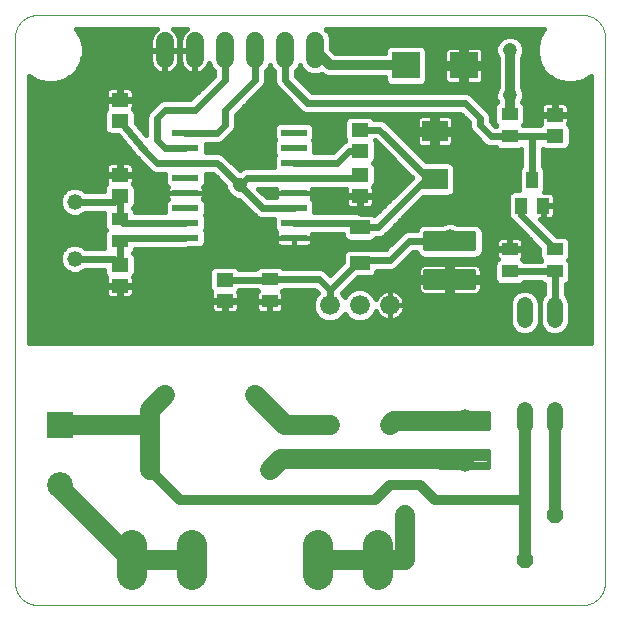
<source format=gtl>
G75*
G70*
%OFA0B0*%
%FSLAX24Y24*%
%IPPOS*%
%LPD*%
%AMOC8*
5,1,8,0,0,1.08239X$1,22.5*
%
%ADD10C,0.0000*%
%ADD11R,0.0866X0.0236*%
%ADD12C,0.0520*%
%ADD13R,0.0571X0.0453*%
%ADD14R,0.0551X0.0413*%
%ADD15OC8,0.0600*%
%ADD16C,0.1000*%
%ADD17OC8,0.0520*%
%ADD18C,0.0520*%
%ADD19R,0.0860X0.0860*%
%ADD20C,0.0860*%
%ADD21C,0.0660*%
%ADD22C,0.0138*%
%ADD23R,0.0925X0.0886*%
%ADD24R,0.0650X0.0453*%
%ADD25R,0.0850X0.0701*%
%ADD26C,0.0600*%
%ADD27R,0.0394X0.0551*%
%ADD28C,0.0660*%
%ADD29C,0.0400*%
%ADD30C,0.0320*%
%ADD31C,0.0591*%
%ADD32C,0.0160*%
%ADD33C,0.0475*%
%ADD34C,0.0240*%
D10*
X000180Y000887D02*
X000180Y018998D01*
X000182Y019052D01*
X000187Y019105D01*
X000196Y019158D01*
X000209Y019210D01*
X000225Y019262D01*
X000245Y019312D01*
X000268Y019360D01*
X000295Y019407D01*
X000324Y019452D01*
X000357Y019495D01*
X000392Y019535D01*
X000430Y019573D01*
X000470Y019608D01*
X000513Y019641D01*
X000558Y019670D01*
X000605Y019697D01*
X000653Y019720D01*
X000703Y019740D01*
X000755Y019756D01*
X000807Y019769D01*
X000860Y019778D01*
X000913Y019783D01*
X000967Y019785D01*
X019078Y019785D01*
X019132Y019783D01*
X019185Y019778D01*
X019238Y019769D01*
X019290Y019756D01*
X019342Y019740D01*
X019392Y019720D01*
X019440Y019697D01*
X019487Y019670D01*
X019532Y019641D01*
X019575Y019608D01*
X019615Y019573D01*
X019653Y019535D01*
X019688Y019495D01*
X019721Y019452D01*
X019750Y019407D01*
X019777Y019360D01*
X019800Y019312D01*
X019820Y019262D01*
X019836Y019210D01*
X019849Y019158D01*
X019858Y019105D01*
X019863Y019052D01*
X019865Y018998D01*
X019865Y000887D01*
X019863Y000833D01*
X019858Y000780D01*
X019849Y000727D01*
X019836Y000675D01*
X019820Y000623D01*
X019800Y000573D01*
X019777Y000525D01*
X019750Y000478D01*
X019721Y000433D01*
X019688Y000390D01*
X019653Y000350D01*
X019615Y000312D01*
X019575Y000277D01*
X019532Y000244D01*
X019487Y000215D01*
X019440Y000188D01*
X019392Y000165D01*
X019342Y000145D01*
X019290Y000129D01*
X019238Y000116D01*
X019185Y000107D01*
X019132Y000102D01*
X019078Y000100D01*
X000967Y000100D01*
X000913Y000102D01*
X000860Y000107D01*
X000807Y000116D01*
X000755Y000129D01*
X000703Y000145D01*
X000653Y000165D01*
X000605Y000188D01*
X000558Y000215D01*
X000513Y000244D01*
X000470Y000277D01*
X000430Y000312D01*
X000392Y000350D01*
X000357Y000390D01*
X000324Y000433D01*
X000295Y000478D01*
X000268Y000525D01*
X000245Y000573D01*
X000225Y000623D01*
X000209Y000675D01*
X000196Y000727D01*
X000187Y000780D01*
X000182Y000833D01*
X000180Y000887D01*
D11*
X005869Y012350D03*
X005869Y012850D03*
X005869Y013350D03*
X005869Y013850D03*
X005869Y014350D03*
X005869Y014850D03*
X005869Y015350D03*
X005869Y015850D03*
X009491Y015850D03*
X009491Y015350D03*
X009491Y014850D03*
X009491Y014350D03*
X009491Y013850D03*
X009491Y013350D03*
X009491Y012850D03*
X009491Y012350D03*
D12*
X002180Y011650D03*
X002180Y013550D03*
D13*
X003680Y013746D03*
X003680Y014454D03*
X003680Y016246D03*
X003680Y016954D03*
X003680Y011454D03*
X003680Y010746D03*
X007180Y010954D03*
X007180Y010246D03*
X011680Y013746D03*
X011680Y014454D03*
X011680Y015246D03*
X011680Y015954D03*
X018180Y015746D03*
X018180Y016454D03*
D14*
X016680Y016474D03*
X016680Y015726D03*
X016680Y011974D03*
X016680Y011226D03*
X018180Y011226D03*
X018180Y011974D03*
X008680Y010974D03*
X008680Y010226D03*
X003680Y012226D03*
X003680Y012974D03*
D15*
X004680Y004600D03*
X008680Y004600D03*
D16*
X010280Y002100D02*
X010280Y001100D01*
X012280Y001100D02*
X012280Y002100D01*
X006080Y002100D02*
X006080Y001100D01*
X004080Y001100D02*
X004080Y002100D01*
D17*
X013180Y001600D03*
X013180Y003100D03*
X017180Y001600D03*
X018180Y003100D03*
D18*
X018180Y006080D02*
X018180Y006600D01*
X017180Y006600D02*
X017180Y006080D01*
X017180Y009600D02*
X017180Y010120D01*
X018180Y010120D02*
X018180Y009600D01*
D19*
X001680Y006100D03*
D20*
X001680Y004100D03*
D21*
X005180Y007100D03*
X008180Y007100D03*
X010680Y006100D03*
X012680Y006100D03*
X012680Y010100D03*
X011680Y010100D03*
X010680Y010100D03*
D22*
X015497Y010685D02*
X015497Y011235D01*
X015497Y010685D02*
X013863Y010685D01*
X013863Y011235D01*
X015497Y011235D01*
X015497Y010822D02*
X013863Y010822D01*
X013863Y010959D02*
X015497Y010959D01*
X015497Y011096D02*
X013863Y011096D01*
X013863Y011233D02*
X015497Y011233D01*
X015497Y011965D02*
X015497Y012515D01*
X015497Y011965D02*
X013863Y011965D01*
X013863Y012515D01*
X015497Y012515D01*
X015497Y012102D02*
X013863Y012102D01*
X013863Y012239D02*
X015497Y012239D01*
X015497Y012376D02*
X013863Y012376D01*
X013863Y012513D02*
X015497Y012513D01*
X014363Y006515D02*
X014363Y005965D01*
X014363Y006515D02*
X015997Y006515D01*
X015997Y005965D01*
X014363Y005965D01*
X014363Y006102D02*
X015997Y006102D01*
X015997Y006239D02*
X014363Y006239D01*
X014363Y006376D02*
X015997Y006376D01*
X015997Y006513D02*
X014363Y006513D01*
X014363Y005235D02*
X014363Y004685D01*
X014363Y005235D02*
X015997Y005235D01*
X015997Y004685D01*
X014363Y004685D01*
X014363Y004822D02*
X015997Y004822D01*
X015997Y004959D02*
X014363Y004959D01*
X014363Y005096D02*
X015997Y005096D01*
X015997Y005233D02*
X014363Y005233D01*
D23*
X015145Y018100D03*
X013215Y018100D03*
D24*
X011680Y012691D03*
X011680Y011509D03*
D25*
X014180Y014301D03*
X014180Y015903D03*
D26*
X010180Y018300D02*
X010180Y018900D01*
X009180Y018900D02*
X009180Y018300D01*
X008180Y018300D02*
X008180Y018900D01*
X007180Y018900D02*
X007180Y018300D01*
X006180Y018300D02*
X006180Y018900D01*
X005180Y018900D02*
X005180Y018300D01*
D27*
X017056Y013417D03*
X017804Y013417D03*
X017430Y014283D03*
D28*
X015180Y006240D02*
X012820Y006240D01*
X012680Y006100D01*
X010680Y006100D02*
X009180Y006100D01*
X008180Y007100D01*
X009040Y004960D02*
X008680Y004600D01*
X009040Y004960D02*
X015180Y004960D01*
X013180Y003100D02*
X013180Y001600D01*
X012280Y001600D01*
X010280Y001600D01*
X006080Y001600D02*
X004080Y001600D01*
X001680Y004000D01*
X001680Y004100D01*
X001680Y006100D02*
X004680Y006100D01*
X004680Y006600D01*
X005180Y007100D01*
X004680Y006100D02*
X004680Y004600D01*
D29*
X017180Y003600D02*
X017180Y001600D01*
X018180Y003100D02*
X018180Y006600D01*
X017180Y006600D02*
X017180Y003600D01*
D30*
X014180Y003600D01*
X013680Y004100D01*
X012680Y004100D01*
X012180Y003600D01*
X005680Y003600D01*
X004680Y004600D01*
X016680Y016474D02*
X016680Y017100D01*
X016680Y018600D01*
X013215Y018100D02*
X010680Y018100D01*
X010180Y018600D01*
D31*
X014680Y012350D03*
X014680Y010850D03*
X015180Y006350D03*
X015180Y004850D03*
D32*
X019385Y008850D02*
X000660Y008850D01*
X000660Y017735D01*
X000680Y017716D01*
X000933Y017570D01*
X001215Y017494D01*
X001507Y017494D01*
X001790Y017570D01*
X002043Y017716D01*
X002249Y017922D01*
X002395Y018176D01*
X002471Y018458D01*
X002471Y018750D01*
X002395Y019032D01*
X002249Y019285D01*
X002230Y019305D01*
X004921Y019305D01*
X004867Y019266D01*
X004814Y019213D01*
X004769Y019152D01*
X004735Y019084D01*
X004712Y019012D01*
X004700Y018938D01*
X004700Y018620D01*
X005160Y018620D01*
X005160Y018580D01*
X005200Y018580D01*
X005200Y018620D01*
X005660Y018620D01*
X005660Y018938D01*
X005648Y019012D01*
X005625Y019084D01*
X005591Y019152D01*
X005546Y019213D01*
X005493Y019266D01*
X005439Y019305D01*
X005921Y019305D01*
X005867Y019266D01*
X005814Y019213D01*
X005769Y019152D01*
X005735Y019084D01*
X005712Y019012D01*
X005700Y018938D01*
X005700Y018620D01*
X006160Y018620D01*
X006160Y018580D01*
X006200Y018580D01*
X006200Y017820D01*
X006218Y017820D01*
X006292Y017832D01*
X006364Y017855D01*
X006432Y017889D01*
X006493Y017934D01*
X006546Y017987D01*
X006591Y018048D01*
X006625Y018116D01*
X006645Y018179D01*
X006722Y017994D01*
X006820Y017896D01*
X006820Y017749D01*
X006031Y016960D01*
X005108Y016960D01*
X004976Y016905D01*
X004875Y016804D01*
X004625Y016554D01*
X004570Y016422D01*
X004570Y015758D01*
X004205Y016185D01*
X004205Y016520D01*
X004169Y016608D01*
X004128Y016649D01*
X004133Y016658D01*
X004145Y016704D01*
X004145Y016921D01*
X003713Y016921D01*
X003713Y016988D01*
X003647Y016988D01*
X003647Y017361D01*
X003371Y017361D01*
X003325Y017348D01*
X003284Y017325D01*
X003251Y017291D01*
X003227Y017250D01*
X003215Y017204D01*
X003215Y016988D01*
X003647Y016988D01*
X003647Y016921D01*
X003215Y016921D01*
X003215Y016704D01*
X003227Y016658D01*
X003232Y016649D01*
X003191Y016608D01*
X003155Y016520D01*
X003155Y015972D01*
X003191Y015883D01*
X003259Y015816D01*
X003347Y015779D01*
X003605Y015779D01*
X004224Y015055D01*
X004229Y015042D01*
X004270Y015001D01*
X004307Y014957D01*
X004320Y014951D01*
X004726Y014545D01*
X004858Y014490D01*
X005196Y014490D01*
X005196Y014184D01*
X005232Y014096D01*
X005276Y014052D01*
X005268Y014038D01*
X005256Y013992D01*
X005256Y013850D01*
X005256Y013708D01*
X005268Y013662D01*
X005276Y013648D01*
X005232Y013604D01*
X005196Y013516D01*
X005196Y013210D01*
X004196Y013210D01*
X004196Y013228D01*
X004159Y013317D01*
X004131Y013345D01*
X004169Y013383D01*
X004205Y013472D01*
X004205Y014020D01*
X004169Y014108D01*
X004128Y014149D01*
X004133Y014158D01*
X004145Y014204D01*
X004145Y014421D01*
X003713Y014421D01*
X003713Y014488D01*
X003647Y014488D01*
X003647Y014861D01*
X003371Y014861D01*
X003325Y014848D01*
X003284Y014825D01*
X003251Y014791D01*
X003227Y014750D01*
X003215Y014704D01*
X003215Y014488D01*
X003647Y014488D01*
X003647Y014421D01*
X003215Y014421D01*
X003215Y014204D01*
X003227Y014158D01*
X003232Y014149D01*
X003191Y014108D01*
X003155Y014020D01*
X003155Y013910D01*
X002527Y013910D01*
X002463Y013974D01*
X002279Y014050D01*
X002081Y014050D01*
X001897Y013974D01*
X001756Y013833D01*
X001680Y013649D01*
X001680Y013451D01*
X001756Y013267D01*
X001897Y013126D01*
X002081Y013050D01*
X002279Y013050D01*
X002463Y013126D01*
X002527Y013190D01*
X003164Y013190D01*
X003164Y012720D01*
X003201Y012631D01*
X003232Y012600D01*
X003201Y012569D01*
X003164Y012480D01*
X003164Y012010D01*
X002527Y012010D01*
X002463Y012074D01*
X002279Y012150D01*
X002081Y012150D01*
X001897Y012074D01*
X001756Y011933D01*
X001680Y011749D01*
X001680Y011551D01*
X001756Y011367D01*
X001897Y011226D01*
X002081Y011150D01*
X002279Y011150D01*
X002463Y011226D01*
X002527Y011290D01*
X003155Y011290D01*
X003155Y011180D01*
X003191Y011092D01*
X003232Y011051D01*
X003227Y011042D01*
X003215Y010996D01*
X003215Y010779D01*
X003647Y010779D01*
X003647Y010712D01*
X003713Y010712D01*
X003713Y010339D01*
X003989Y010339D01*
X004035Y010352D01*
X004076Y010375D01*
X004109Y010409D01*
X004133Y010450D01*
X004145Y010496D01*
X004145Y010712D01*
X003713Y010712D01*
X003713Y010779D01*
X004145Y010779D01*
X004145Y010996D01*
X004133Y011042D01*
X004128Y011051D01*
X004169Y011092D01*
X004205Y011180D01*
X004205Y011728D01*
X004169Y011817D01*
X004131Y011855D01*
X004159Y011883D01*
X004196Y011972D01*
X004196Y011990D01*
X005941Y011990D01*
X005945Y011992D01*
X006350Y011992D01*
X006438Y012028D01*
X006506Y012096D01*
X006542Y012184D01*
X006542Y012516D01*
X006507Y012600D01*
X006542Y012684D01*
X006542Y013016D01*
X006507Y013100D01*
X006542Y013184D01*
X006542Y013516D01*
X006506Y013604D01*
X006461Y013648D01*
X006470Y013662D01*
X006482Y013708D01*
X006482Y013850D01*
X006482Y013992D01*
X006470Y014038D01*
X006461Y014052D01*
X006506Y014096D01*
X006542Y014184D01*
X006542Y014490D01*
X006781Y014490D01*
X007203Y014068D01*
X007203Y014005D01*
X007275Y013830D01*
X007410Y013695D01*
X007585Y013623D01*
X007648Y013623D01*
X008125Y013146D01*
X008226Y013045D01*
X008358Y012990D01*
X008818Y012990D01*
X008818Y012684D01*
X008854Y012596D01*
X008899Y012552D01*
X008890Y012538D01*
X008878Y012492D01*
X008878Y012350D01*
X008878Y012208D01*
X008890Y012162D01*
X008914Y012121D01*
X008947Y012088D01*
X008988Y012064D01*
X009034Y012052D01*
X009491Y012052D01*
X009491Y012350D01*
X009491Y012350D01*
X008878Y012350D01*
X009491Y012350D01*
X009491Y012350D01*
X009491Y012052D01*
X009948Y012052D01*
X009994Y012064D01*
X010035Y012088D01*
X010068Y012121D01*
X010092Y012162D01*
X010104Y012208D01*
X010104Y012350D01*
X010104Y012490D01*
X011115Y012490D01*
X011115Y012416D01*
X011152Y012328D01*
X011219Y012261D01*
X011307Y012224D01*
X012053Y012224D01*
X012141Y012261D01*
X012208Y012328D01*
X012209Y012331D01*
X012342Y012331D01*
X012474Y012385D01*
X013800Y013710D01*
X014653Y013710D01*
X014741Y013747D01*
X014809Y013814D01*
X014845Y013903D01*
X014845Y014699D01*
X014809Y014787D01*
X014741Y014855D01*
X014653Y014891D01*
X013898Y014891D01*
X012530Y016260D01*
X012397Y016314D01*
X012170Y016314D01*
X012169Y016317D01*
X012101Y016384D01*
X012013Y016421D01*
X011347Y016421D01*
X011259Y016384D01*
X011191Y016317D01*
X011155Y016228D01*
X011155Y015680D01*
X011188Y015600D01*
X011177Y015574D01*
X011122Y015551D01*
X011020Y015450D01*
X010781Y015210D01*
X010164Y015210D01*
X010164Y015516D01*
X010129Y015600D01*
X010164Y015684D01*
X010164Y016016D01*
X010128Y016104D01*
X010060Y016172D01*
X009972Y016208D01*
X009010Y016208D01*
X008922Y016172D01*
X008854Y016104D01*
X008818Y016016D01*
X008818Y015684D01*
X008853Y015600D01*
X008818Y015516D01*
X008818Y015184D01*
X008853Y015100D01*
X008818Y015016D01*
X008818Y014710D01*
X007858Y014710D01*
X007726Y014655D01*
X007680Y014609D01*
X007134Y015155D01*
X007002Y015210D01*
X006542Y015210D01*
X006542Y015490D01*
X007002Y015490D01*
X007134Y015545D01*
X007384Y015795D01*
X007485Y015896D01*
X007540Y016028D01*
X007540Y016451D01*
X008384Y017295D01*
X008485Y017396D01*
X008540Y017528D01*
X008540Y017896D01*
X008638Y017994D01*
X008680Y018096D01*
X008722Y017994D01*
X008820Y017896D01*
X008820Y017528D01*
X008875Y017396D01*
X008976Y017295D01*
X009726Y016545D01*
X009858Y016490D01*
X015031Y016490D01*
X015320Y016201D01*
X015320Y016028D01*
X015375Y015896D01*
X015476Y015795D01*
X015850Y015421D01*
X015982Y015366D01*
X016218Y015366D01*
X016268Y015316D01*
X013473Y015316D01*
X013611Y015442D02*
X013644Y015409D01*
X013685Y015385D01*
X013731Y015373D01*
X014100Y015373D01*
X014100Y015823D01*
X014260Y015823D01*
X014260Y015373D01*
X014629Y015373D01*
X014675Y015385D01*
X014716Y015409D01*
X014749Y015442D01*
X014773Y015483D01*
X014785Y015529D01*
X014785Y015823D01*
X014260Y015823D01*
X014260Y015983D01*
X014785Y015983D01*
X014785Y016277D01*
X014773Y016323D01*
X014749Y016364D01*
X014716Y016398D01*
X014675Y016421D01*
X014629Y016434D01*
X014260Y016434D01*
X014260Y015983D01*
X014100Y015983D01*
X014100Y015823D01*
X013575Y015823D01*
X013575Y015529D01*
X013587Y015483D01*
X013611Y015442D01*
X013592Y015475D02*
X013315Y015475D01*
X013156Y015633D02*
X013575Y015633D01*
X013575Y015792D02*
X012998Y015792D01*
X012839Y015950D02*
X014100Y015950D01*
X014100Y015983D02*
X013575Y015983D01*
X013575Y016277D01*
X013587Y016323D01*
X013611Y016364D01*
X013644Y016398D01*
X013685Y016421D01*
X013731Y016434D01*
X014100Y016434D01*
X014100Y015983D01*
X014100Y016109D02*
X014260Y016109D01*
X014260Y016267D02*
X014100Y016267D01*
X014100Y016426D02*
X014260Y016426D01*
X014659Y016426D02*
X015095Y016426D01*
X015254Y016267D02*
X014785Y016267D01*
X014785Y016109D02*
X015320Y016109D01*
X015352Y015950D02*
X014260Y015950D01*
X014260Y015792D02*
X014100Y015792D01*
X014100Y015633D02*
X014260Y015633D01*
X014260Y015475D02*
X014100Y015475D01*
X013632Y015158D02*
X017070Y015158D01*
X017003Y015279D02*
X017070Y015307D01*
X017070Y014735D01*
X017030Y014695D01*
X016993Y014606D01*
X016993Y013960D01*
X017004Y013933D01*
X016811Y013933D01*
X016723Y013896D01*
X016656Y013828D01*
X016619Y013740D01*
X016619Y013094D01*
X016656Y013005D01*
X016723Y012938D01*
X016735Y012933D01*
X016751Y012894D01*
X016852Y012793D01*
X017664Y011980D01*
X017664Y011720D01*
X017701Y011631D01*
X017732Y011600D01*
X017718Y011586D01*
X017142Y011586D01*
X017092Y011636D01*
X017083Y011640D01*
X017100Y011657D01*
X017123Y011698D01*
X017136Y011744D01*
X017136Y011951D01*
X016703Y011951D01*
X016703Y011997D01*
X017136Y011997D01*
X017136Y012204D01*
X017123Y012250D01*
X017100Y012291D01*
X017066Y012325D01*
X017025Y012348D01*
X016979Y012361D01*
X016703Y012361D01*
X016703Y011997D01*
X016657Y011997D01*
X016657Y011951D01*
X016224Y011951D01*
X016224Y011744D01*
X016237Y011698D01*
X016260Y011657D01*
X016277Y011640D01*
X016268Y011636D01*
X016201Y011569D01*
X016164Y011480D01*
X016164Y010972D01*
X016201Y010883D01*
X016268Y010816D01*
X016357Y010779D01*
X017003Y010779D01*
X017092Y010816D01*
X017142Y010866D01*
X017718Y010866D01*
X017768Y010816D01*
X017820Y010794D01*
X017820Y010467D01*
X017756Y010403D01*
X017680Y010219D01*
X017604Y010403D01*
X017463Y010544D01*
X017279Y010620D01*
X017081Y010620D01*
X016897Y010544D01*
X016756Y010403D01*
X016680Y010219D01*
X016680Y009501D01*
X016756Y009317D01*
X016897Y009176D01*
X017081Y009100D01*
X017279Y009100D01*
X017463Y009176D01*
X017604Y009317D01*
X017680Y009501D01*
X017680Y010219D01*
X017680Y009501D01*
X017756Y009317D01*
X017897Y009176D01*
X018081Y009100D01*
X018279Y009100D01*
X018463Y009176D01*
X018604Y009317D01*
X018680Y009501D01*
X018680Y010219D01*
X018604Y010403D01*
X018540Y010467D01*
X018540Y010794D01*
X018592Y010816D01*
X018659Y010883D01*
X018696Y010972D01*
X018696Y011480D01*
X018659Y011569D01*
X018628Y011600D01*
X018659Y011631D01*
X018696Y011720D01*
X018696Y012228D01*
X018659Y012317D01*
X018592Y012384D01*
X018503Y012421D01*
X018242Y012421D01*
X017702Y012961D01*
X017786Y012961D01*
X017786Y013398D01*
X017822Y013398D01*
X017822Y012961D01*
X018025Y012961D01*
X018070Y012974D01*
X018111Y012997D01*
X018145Y013031D01*
X018169Y013072D01*
X018181Y013118D01*
X018181Y013399D01*
X017822Y013399D01*
X017822Y013435D01*
X018181Y013435D01*
X018181Y013716D01*
X018169Y013762D01*
X018145Y013803D01*
X018111Y013837D01*
X018070Y013860D01*
X018025Y013873D01*
X017831Y013873D01*
X017867Y013960D01*
X017867Y014606D01*
X017830Y014695D01*
X017790Y014735D01*
X017790Y015303D01*
X017847Y015279D01*
X018513Y015279D01*
X018601Y015316D01*
X018669Y015383D01*
X018705Y015472D01*
X018705Y016020D01*
X018669Y016108D01*
X018628Y016149D01*
X018633Y016158D01*
X018645Y016204D01*
X018645Y016421D01*
X018213Y016421D01*
X018213Y016488D01*
X018147Y016488D01*
X018147Y016861D01*
X017871Y016861D01*
X017825Y016848D01*
X017784Y016825D01*
X017751Y016791D01*
X017727Y016750D01*
X017715Y016704D01*
X017715Y016488D01*
X018147Y016488D01*
X018147Y016421D01*
X017715Y016421D01*
X017715Y016204D01*
X017727Y016158D01*
X017732Y016149D01*
X017691Y016108D01*
X017690Y016106D01*
X017133Y016106D01*
X017159Y016131D01*
X017196Y016220D01*
X017196Y016728D01*
X017159Y016817D01*
X017103Y016873D01*
X017157Y017005D01*
X017157Y017195D01*
X017085Y017370D01*
X017080Y017375D01*
X017080Y018325D01*
X017085Y018330D01*
X017157Y018505D01*
X017157Y018695D01*
X017085Y018870D01*
X016950Y019005D01*
X016775Y019077D01*
X016585Y019077D01*
X016410Y019005D01*
X016275Y018870D01*
X016203Y018695D01*
X016203Y018505D01*
X016275Y018330D01*
X016280Y018325D01*
X016280Y017375D01*
X016275Y017370D01*
X016203Y017195D01*
X016203Y017005D01*
X016257Y016873D01*
X016201Y016817D01*
X016164Y016728D01*
X016164Y016220D01*
X016201Y016131D01*
X016232Y016100D01*
X016218Y016086D01*
X016203Y016086D01*
X016040Y016249D01*
X016040Y016422D01*
X015985Y016554D01*
X015485Y017054D01*
X015384Y017155D01*
X015252Y017210D01*
X010079Y017210D01*
X009540Y017749D01*
X009540Y017896D01*
X009638Y017994D01*
X009680Y018096D01*
X009722Y017994D01*
X009874Y017842D01*
X010073Y017760D01*
X010287Y017760D01*
X010405Y017809D01*
X010453Y017761D01*
X010600Y017700D01*
X012513Y017700D01*
X012513Y017609D01*
X012549Y017521D01*
X012617Y017454D01*
X012705Y017417D01*
X013726Y017417D01*
X013814Y017454D01*
X013881Y017521D01*
X013918Y017609D01*
X013918Y018591D01*
X013881Y018679D01*
X013814Y018746D01*
X013726Y018783D01*
X012705Y018783D01*
X012617Y018746D01*
X012549Y018679D01*
X012513Y018591D01*
X012513Y018500D01*
X010846Y018500D01*
X010720Y018626D01*
X010720Y019007D01*
X010638Y019206D01*
X010539Y019305D01*
X017815Y019305D01*
X017796Y019285D01*
X017650Y019032D01*
X017574Y018750D01*
X017574Y018458D01*
X017650Y018176D01*
X017796Y017922D01*
X018002Y017716D01*
X018256Y017570D01*
X018538Y017494D01*
X018830Y017494D01*
X019112Y017570D01*
X019365Y017716D01*
X019385Y017735D01*
X019385Y008850D01*
X019385Y008976D02*
X000660Y008976D01*
X000660Y009135D02*
X016997Y009135D01*
X016780Y009293D02*
X000660Y009293D01*
X000660Y009452D02*
X016700Y009452D01*
X016680Y009610D02*
X012822Y009610D01*
X012799Y009603D02*
X012876Y009627D01*
X012947Y009664D01*
X013012Y009711D01*
X013069Y009768D01*
X013116Y009833D01*
X013153Y009904D01*
X013177Y009981D01*
X013190Y010060D01*
X013190Y010091D01*
X012689Y010091D01*
X012689Y010109D01*
X012671Y010109D01*
X012671Y010610D01*
X012640Y010610D01*
X012561Y010597D01*
X012484Y010573D01*
X012413Y010536D01*
X012348Y010489D01*
X012291Y010432D01*
X012244Y010367D01*
X012212Y010305D01*
X012163Y010423D01*
X012003Y010583D01*
X011793Y010670D01*
X011567Y010670D01*
X011357Y010583D01*
X011197Y010423D01*
X011180Y010382D01*
X011163Y010423D01*
X011088Y010498D01*
X011632Y011043D01*
X012053Y011043D01*
X012141Y011080D01*
X012208Y011147D01*
X012245Y011235D01*
X012245Y011240D01*
X012752Y011240D01*
X012884Y011295D01*
X013469Y011880D01*
X013564Y011880D01*
X013601Y011789D01*
X013688Y011702D01*
X013802Y011655D01*
X015558Y011655D01*
X015672Y011702D01*
X015759Y011789D01*
X015806Y011903D01*
X015806Y012577D01*
X015759Y012690D01*
X015672Y012777D01*
X015558Y012824D01*
X014934Y012824D01*
X014786Y012885D01*
X014574Y012885D01*
X014426Y012824D01*
X013802Y012824D01*
X013688Y012777D01*
X013601Y012690D01*
X013564Y012600D01*
X013248Y012600D01*
X013116Y012545D01*
X013015Y012444D01*
X012531Y011960D01*
X012091Y011960D01*
X012053Y011976D01*
X011307Y011976D01*
X011219Y011939D01*
X011152Y011872D01*
X011115Y011784D01*
X011115Y011544D01*
X010680Y011109D01*
X010611Y011178D01*
X010510Y011279D01*
X010378Y011334D01*
X009142Y011334D01*
X009092Y011384D01*
X009003Y011421D01*
X008357Y011421D01*
X008268Y011384D01*
X008201Y011317D01*
X008200Y011314D01*
X007670Y011314D01*
X007669Y011317D01*
X007601Y011384D01*
X007513Y011421D01*
X006847Y011421D01*
X006759Y011384D01*
X006691Y011317D01*
X006655Y011228D01*
X006655Y010680D01*
X006691Y010592D01*
X006732Y010551D01*
X006727Y010542D01*
X006715Y010496D01*
X006715Y010279D01*
X007147Y010279D01*
X007147Y010212D01*
X007213Y010212D01*
X007213Y009839D01*
X007489Y009839D01*
X007535Y009852D01*
X007576Y009875D01*
X007609Y009909D01*
X007633Y009950D01*
X007645Y009996D01*
X007645Y010212D01*
X007213Y010212D01*
X007213Y010279D01*
X007645Y010279D01*
X007645Y010496D01*
X007633Y010542D01*
X007628Y010551D01*
X007669Y010592D01*
X007670Y010594D01*
X008238Y010594D01*
X008268Y010564D01*
X008277Y010560D01*
X008260Y010543D01*
X008237Y010502D01*
X008224Y010456D01*
X008224Y010249D01*
X008657Y010249D01*
X008657Y010203D01*
X008703Y010203D01*
X008703Y010249D01*
X009136Y010249D01*
X009136Y010456D01*
X009123Y010502D01*
X009100Y010543D01*
X009083Y010560D01*
X009092Y010564D01*
X009142Y010614D01*
X010157Y010614D01*
X010272Y010498D01*
X010197Y010423D01*
X010110Y010213D01*
X010110Y009987D01*
X010197Y009777D01*
X010357Y009617D01*
X010567Y009530D01*
X010793Y009530D01*
X011003Y009617D01*
X011163Y009777D01*
X011180Y009818D01*
X011197Y009777D01*
X011357Y009617D01*
X011567Y009530D01*
X011793Y009530D01*
X012003Y009617D01*
X012163Y009777D01*
X012212Y009895D01*
X012244Y009833D01*
X012291Y009768D01*
X012348Y009711D01*
X012413Y009664D01*
X012484Y009627D01*
X012561Y009603D01*
X012640Y009590D01*
X012671Y009590D01*
X012671Y010091D01*
X012689Y010091D01*
X012689Y009590D01*
X012720Y009590D01*
X012799Y009603D01*
X012689Y009610D02*
X012671Y009610D01*
X012538Y009610D02*
X011987Y009610D01*
X012155Y009769D02*
X012290Y009769D01*
X012671Y009769D02*
X012689Y009769D01*
X012689Y009927D02*
X012671Y009927D01*
X012671Y010086D02*
X012689Y010086D01*
X012689Y010109D02*
X013190Y010109D01*
X013190Y010140D01*
X013177Y010219D01*
X013153Y010296D01*
X013116Y010367D01*
X013069Y010432D01*
X013012Y010489D01*
X012947Y010536D01*
X012876Y010573D01*
X012799Y010597D01*
X012720Y010610D01*
X012689Y010610D01*
X012689Y010109D01*
X012689Y010244D02*
X012671Y010244D01*
X012671Y010403D02*
X012689Y010403D01*
X012689Y010561D02*
X012671Y010561D01*
X012461Y010561D02*
X012025Y010561D01*
X012172Y010403D02*
X012269Y010403D01*
X012899Y010561D02*
X013646Y010561D01*
X013643Y010567D02*
X013670Y010526D01*
X013704Y010491D01*
X013745Y010464D01*
X013790Y010445D01*
X013839Y010436D01*
X014600Y010436D01*
X014600Y010880D01*
X014760Y010880D01*
X014760Y010436D01*
X015521Y010436D01*
X015570Y010445D01*
X015615Y010464D01*
X015656Y010491D01*
X015690Y010526D01*
X015717Y010567D01*
X015736Y010612D01*
X015746Y010660D01*
X015746Y010880D01*
X014760Y010880D01*
X014760Y011040D01*
X015746Y011040D01*
X015746Y011260D01*
X015736Y011308D01*
X015717Y011354D01*
X015690Y011394D01*
X015656Y011429D01*
X015615Y011456D01*
X015570Y011475D01*
X015521Y011485D01*
X014760Y011485D01*
X014760Y011040D01*
X014600Y011040D01*
X014600Y010880D01*
X013614Y010880D01*
X013614Y010660D01*
X013624Y010612D01*
X013643Y010567D01*
X013614Y010720D02*
X011309Y010720D01*
X011335Y010561D02*
X011150Y010561D01*
X011172Y010403D02*
X011188Y010403D01*
X011467Y010878D02*
X013614Y010878D01*
X013614Y011040D02*
X013614Y011260D01*
X013624Y011308D01*
X013643Y011354D01*
X013670Y011394D01*
X013704Y011429D01*
X013745Y011456D01*
X013790Y011475D01*
X013839Y011485D01*
X014600Y011485D01*
X014600Y011040D01*
X013614Y011040D01*
X013614Y011195D02*
X012228Y011195D01*
X011626Y011037D02*
X014600Y011037D01*
X014600Y011195D02*
X014760Y011195D01*
X014760Y011037D02*
X016164Y011037D01*
X016164Y011195D02*
X015746Y011195D01*
X015718Y011354D02*
X016164Y011354D01*
X016178Y011512D02*
X013101Y011512D01*
X012943Y011354D02*
X013642Y011354D01*
X013765Y011671D02*
X013260Y011671D01*
X013418Y011829D02*
X013585Y011829D01*
X012875Y012305D02*
X012185Y012305D01*
X012552Y012463D02*
X013034Y012463D01*
X012869Y012780D02*
X013695Y012780D01*
X013573Y012622D02*
X012711Y012622D01*
X013028Y012939D02*
X016723Y012939D01*
X016619Y013097D02*
X013186Y013097D01*
X013345Y013256D02*
X016619Y013256D01*
X016619Y013414D02*
X013503Y013414D01*
X013662Y013573D02*
X016619Y013573D01*
X016619Y013731D02*
X014703Y013731D01*
X014840Y013890D02*
X016717Y013890D01*
X016993Y014048D02*
X014845Y014048D01*
X014845Y014207D02*
X016993Y014207D01*
X016993Y014365D02*
X014845Y014365D01*
X014845Y014524D02*
X016993Y014524D01*
X017024Y014682D02*
X014845Y014682D01*
X014755Y014841D02*
X017070Y014841D01*
X017070Y014999D02*
X013790Y014999D01*
X013247Y014524D02*
X012205Y014524D01*
X012205Y014682D02*
X013089Y014682D01*
X012930Y014841D02*
X012145Y014841D01*
X012136Y014850D02*
X012169Y014883D01*
X012205Y014972D01*
X012205Y015520D01*
X012175Y015594D01*
X012177Y015594D01*
X013421Y014350D01*
X012166Y013095D01*
X012141Y013120D01*
X012053Y013157D01*
X011720Y013157D01*
X011592Y013210D01*
X010164Y013210D01*
X010164Y013516D01*
X010128Y013604D01*
X010084Y013648D01*
X010092Y013662D01*
X010104Y013708D01*
X010104Y013850D01*
X010104Y013990D01*
X011215Y013990D01*
X011215Y013779D01*
X011647Y013779D01*
X011647Y013712D01*
X011713Y013712D01*
X011713Y013339D01*
X011989Y013339D01*
X012035Y013352D01*
X012076Y013375D01*
X012109Y013409D01*
X012133Y013450D01*
X012145Y013496D01*
X012145Y013712D01*
X011713Y013712D01*
X011713Y013779D01*
X012145Y013779D01*
X012145Y013996D01*
X012133Y014042D01*
X012128Y014051D01*
X012169Y014092D01*
X012205Y014180D01*
X012205Y014728D01*
X012169Y014817D01*
X012136Y014850D01*
X012205Y014999D02*
X012772Y014999D01*
X012613Y015158D02*
X012205Y015158D01*
X012205Y015316D02*
X012455Y015316D01*
X012296Y015475D02*
X012205Y015475D01*
X012681Y016109D02*
X013575Y016109D01*
X013575Y016267D02*
X012511Y016267D01*
X013701Y016426D02*
X007540Y016426D01*
X007540Y016267D02*
X011171Y016267D01*
X011155Y016109D02*
X010123Y016109D01*
X010164Y015950D02*
X011155Y015950D01*
X011155Y015792D02*
X010164Y015792D01*
X010143Y015633D02*
X011174Y015633D01*
X011045Y015475D02*
X010164Y015475D01*
X010164Y015316D02*
X010887Y015316D01*
X012205Y014365D02*
X013406Y014365D01*
X013277Y014207D02*
X012205Y014207D01*
X012129Y014048D02*
X013119Y014048D01*
X012960Y013890D02*
X012145Y013890D01*
X012145Y013573D02*
X012643Y013573D01*
X012802Y013731D02*
X011713Y013731D01*
X011647Y013731D02*
X010104Y013731D01*
X010104Y013850D02*
X009491Y013850D01*
X009491Y013850D01*
X008878Y013850D01*
X008878Y013710D01*
X008579Y013710D01*
X008299Y013990D01*
X008878Y013990D01*
X008878Y013850D01*
X009491Y013850D01*
X010104Y013850D01*
X010104Y013890D02*
X011215Y013890D01*
X011215Y013712D02*
X011215Y013496D01*
X011227Y013450D01*
X011251Y013409D01*
X011284Y013375D01*
X011325Y013352D01*
X011371Y013339D01*
X011647Y013339D01*
X011647Y013712D01*
X011215Y013712D01*
X011215Y013573D02*
X010141Y013573D01*
X010164Y013414D02*
X011247Y013414D01*
X011647Y013414D02*
X011713Y013414D01*
X011713Y013573D02*
X011647Y013573D01*
X012113Y013414D02*
X012485Y013414D01*
X012326Y013256D02*
X010164Y013256D01*
X009491Y013850D02*
X009491Y013850D01*
X008878Y013890D02*
X008400Y013890D01*
X008558Y013731D02*
X008878Y013731D01*
X008174Y013097D02*
X006508Y013097D01*
X006542Y012939D02*
X008818Y012939D01*
X008818Y012780D02*
X006542Y012780D01*
X006516Y012622D02*
X008844Y012622D01*
X008878Y012463D02*
X006542Y012463D01*
X006542Y012305D02*
X008878Y012305D01*
X008900Y012146D02*
X006526Y012146D01*
X006728Y011354D02*
X004205Y011354D01*
X004205Y011512D02*
X011083Y011512D01*
X011115Y011671D02*
X004205Y011671D01*
X004157Y011829D02*
X011134Y011829D01*
X010924Y011354D02*
X009122Y011354D01*
X009085Y010561D02*
X010210Y010561D01*
X010188Y010403D02*
X009136Y010403D01*
X009136Y010203D02*
X008703Y010203D01*
X008703Y009839D01*
X008979Y009839D01*
X009025Y009852D01*
X009066Y009875D01*
X009100Y009909D01*
X009123Y009950D01*
X009136Y009996D01*
X009136Y010203D01*
X009136Y010086D02*
X010110Y010086D01*
X010123Y010244D02*
X008703Y010244D01*
X008657Y010244D02*
X007213Y010244D01*
X007147Y010244D02*
X000660Y010244D01*
X000660Y010086D02*
X006715Y010086D01*
X006715Y009996D02*
X006715Y010212D01*
X007147Y010212D01*
X007147Y009839D01*
X006871Y009839D01*
X006825Y009852D01*
X006784Y009875D01*
X006751Y009909D01*
X006727Y009950D01*
X006715Y009996D01*
X006740Y009927D02*
X000660Y009927D01*
X000660Y009769D02*
X010205Y009769D01*
X010135Y009927D02*
X009110Y009927D01*
X008703Y009927D02*
X008657Y009927D01*
X008657Y009839D02*
X008657Y010203D01*
X008224Y010203D01*
X008224Y009996D01*
X008237Y009950D01*
X008260Y009909D01*
X008294Y009875D01*
X008335Y009852D01*
X008381Y009839D01*
X008657Y009839D01*
X008657Y010086D02*
X008703Y010086D01*
X008224Y010086D02*
X007645Y010086D01*
X007620Y009927D02*
X008250Y009927D01*
X008224Y010403D02*
X007645Y010403D01*
X007638Y010561D02*
X008275Y010561D01*
X008238Y011354D02*
X007632Y011354D01*
X006655Y011195D02*
X004205Y011195D01*
X004135Y011037D02*
X006655Y011037D01*
X006655Y010878D02*
X004145Y010878D01*
X004145Y010561D02*
X006722Y010561D01*
X006715Y010403D02*
X004103Y010403D01*
X003713Y010403D02*
X003647Y010403D01*
X003647Y010339D02*
X003647Y010712D01*
X003215Y010712D01*
X003215Y010496D01*
X003227Y010450D01*
X003251Y010409D01*
X003284Y010375D01*
X003325Y010352D01*
X003371Y010339D01*
X003647Y010339D01*
X003647Y010561D02*
X003713Y010561D01*
X003713Y010720D02*
X006655Y010720D01*
X007147Y010086D02*
X007213Y010086D01*
X007213Y009927D02*
X007147Y009927D01*
X009491Y012146D02*
X009491Y012146D01*
X009491Y012305D02*
X009491Y012305D01*
X009491Y012350D02*
X009491Y012350D01*
X010104Y012350D01*
X009491Y012350D01*
X010104Y012305D02*
X011175Y012305D01*
X011115Y012463D02*
X010104Y012463D01*
X010082Y012146D02*
X012717Y012146D01*
X012558Y011988D02*
X004196Y011988D01*
X003164Y012146D02*
X002289Y012146D01*
X002071Y012146D02*
X000660Y012146D01*
X000660Y011988D02*
X001810Y011988D01*
X001713Y011829D02*
X000660Y011829D01*
X000660Y011671D02*
X001680Y011671D01*
X001696Y011512D02*
X000660Y011512D01*
X000660Y011354D02*
X001769Y011354D01*
X001972Y011195D02*
X000660Y011195D01*
X000660Y011037D02*
X003225Y011037D01*
X003215Y010878D02*
X000660Y010878D01*
X000660Y010720D02*
X003647Y010720D01*
X003215Y010561D02*
X000660Y010561D01*
X000660Y010403D02*
X003257Y010403D01*
X003155Y011195D02*
X002388Y011195D01*
X003164Y012305D02*
X000660Y012305D01*
X000660Y012463D02*
X003164Y012463D01*
X003211Y012622D02*
X000660Y012622D01*
X000660Y012780D02*
X003164Y012780D01*
X003164Y012939D02*
X000660Y012939D01*
X000660Y013097D02*
X001967Y013097D01*
X001767Y013256D02*
X000660Y013256D01*
X000660Y013414D02*
X001695Y013414D01*
X001680Y013573D02*
X000660Y013573D01*
X000660Y013731D02*
X001714Y013731D01*
X001812Y013890D02*
X000660Y013890D01*
X000660Y014048D02*
X002076Y014048D01*
X002284Y014048D02*
X003166Y014048D01*
X003215Y014207D02*
X000660Y014207D01*
X000660Y014365D02*
X003215Y014365D01*
X003215Y014524D02*
X000660Y014524D01*
X000660Y014682D02*
X003215Y014682D01*
X003311Y014841D02*
X000660Y014841D01*
X000660Y014999D02*
X004272Y014999D01*
X004136Y015158D02*
X000660Y015158D01*
X000660Y015316D02*
X004001Y015316D01*
X003865Y015475D02*
X000660Y015475D01*
X000660Y015633D02*
X003730Y015633D01*
X003317Y015792D02*
X000660Y015792D01*
X000660Y015950D02*
X003163Y015950D01*
X003155Y016109D02*
X000660Y016109D01*
X000660Y016267D02*
X003155Y016267D01*
X003155Y016426D02*
X000660Y016426D01*
X000660Y016584D02*
X003181Y016584D01*
X003215Y016743D02*
X000660Y016743D01*
X000660Y016901D02*
X003215Y016901D01*
X003215Y017060D02*
X000660Y017060D01*
X000660Y017218D02*
X003218Y017218D01*
X003647Y017218D02*
X003713Y017218D01*
X003713Y017361D02*
X003713Y016988D01*
X004145Y016988D01*
X004145Y017204D01*
X004133Y017250D01*
X004109Y017291D01*
X004076Y017325D01*
X004035Y017348D01*
X003989Y017361D01*
X003713Y017361D01*
X003713Y017060D02*
X003647Y017060D01*
X004145Y017060D02*
X006130Y017060D01*
X006289Y017218D02*
X004142Y017218D01*
X004145Y016901D02*
X004972Y016901D01*
X004813Y016743D02*
X004145Y016743D01*
X004179Y016584D02*
X004655Y016584D01*
X004572Y016426D02*
X004205Y016426D01*
X004205Y016267D02*
X004570Y016267D01*
X004570Y016109D02*
X004271Y016109D01*
X004406Y015950D02*
X004570Y015950D01*
X004570Y015792D02*
X004541Y015792D01*
X004430Y014841D02*
X004049Y014841D01*
X004035Y014848D02*
X003989Y014861D01*
X003713Y014861D01*
X003713Y014488D01*
X004145Y014488D01*
X004145Y014704D01*
X004133Y014750D01*
X004109Y014791D01*
X004076Y014825D01*
X004035Y014848D01*
X004145Y014682D02*
X004589Y014682D01*
X004777Y014524D02*
X004145Y014524D01*
X004145Y014365D02*
X005196Y014365D01*
X005196Y014207D02*
X004145Y014207D01*
X004194Y014048D02*
X005274Y014048D01*
X005256Y013890D02*
X004205Y013890D01*
X004205Y013731D02*
X005256Y013731D01*
X005256Y013850D02*
X005869Y013850D01*
X006482Y013850D01*
X005869Y013850D01*
X005869Y013850D01*
X005869Y013850D01*
X005256Y013850D01*
X005219Y013573D02*
X004205Y013573D01*
X004182Y013414D02*
X005196Y013414D01*
X005196Y013256D02*
X004184Y013256D01*
X003164Y013097D02*
X002393Y013097D01*
X003647Y014524D02*
X003713Y014524D01*
X003713Y014682D02*
X003647Y014682D01*
X003647Y014841D02*
X003713Y014841D01*
X006464Y014048D02*
X007203Y014048D01*
X007250Y013890D02*
X006482Y013890D01*
X006482Y013731D02*
X007374Y013731D01*
X007698Y013573D02*
X006519Y013573D01*
X006542Y013414D02*
X007857Y013414D01*
X008015Y013256D02*
X006542Y013256D01*
X006542Y014207D02*
X007064Y014207D01*
X006906Y014365D02*
X006542Y014365D01*
X007290Y014999D02*
X008818Y014999D01*
X008818Y014841D02*
X007449Y014841D01*
X007607Y014682D02*
X007791Y014682D01*
X007128Y015158D02*
X008829Y015158D01*
X008818Y015316D02*
X006542Y015316D01*
X006542Y015475D02*
X008818Y015475D01*
X008839Y015633D02*
X007222Y015633D01*
X007381Y015792D02*
X008818Y015792D01*
X008818Y015950D02*
X007508Y015950D01*
X007540Y016109D02*
X008859Y016109D01*
X009528Y016743D02*
X007832Y016743D01*
X007990Y016901D02*
X009370Y016901D01*
X009211Y017060D02*
X008149Y017060D01*
X008307Y017218D02*
X009053Y017218D01*
X008894Y017377D02*
X008466Y017377D01*
X008384Y017295D02*
X008384Y017295D01*
X008540Y017535D02*
X008820Y017535D01*
X008820Y017694D02*
X008540Y017694D01*
X008540Y017852D02*
X008820Y017852D01*
X008715Y018011D02*
X008645Y018011D01*
X009540Y017852D02*
X009864Y017852D01*
X009715Y018011D02*
X009645Y018011D01*
X009596Y017694D02*
X012513Y017694D01*
X012544Y017535D02*
X009754Y017535D01*
X009913Y017377D02*
X016280Y017377D01*
X016280Y017535D02*
X015740Y017535D01*
X015751Y017547D02*
X015775Y017588D01*
X015787Y017633D01*
X015787Y018020D01*
X015225Y018020D01*
X015225Y018180D01*
X015787Y018180D01*
X015787Y018567D01*
X015775Y018612D01*
X015751Y018653D01*
X015718Y018687D01*
X015677Y018711D01*
X015631Y018723D01*
X015225Y018723D01*
X015225Y018180D01*
X015065Y018180D01*
X015065Y018723D01*
X014658Y018723D01*
X014612Y018711D01*
X014571Y018687D01*
X014538Y018653D01*
X014514Y018612D01*
X014502Y018567D01*
X014502Y018180D01*
X015065Y018180D01*
X015065Y018020D01*
X015225Y018020D01*
X015225Y017477D01*
X015631Y017477D01*
X015677Y017489D01*
X015718Y017513D01*
X015751Y017547D01*
X015787Y017694D02*
X016280Y017694D01*
X016280Y017852D02*
X015787Y017852D01*
X015787Y018011D02*
X016280Y018011D01*
X016280Y018169D02*
X015225Y018169D01*
X015225Y018011D02*
X015065Y018011D01*
X015065Y018020D02*
X015065Y017477D01*
X014658Y017477D01*
X014612Y017489D01*
X014571Y017513D01*
X014538Y017547D01*
X014514Y017588D01*
X014502Y017633D01*
X014502Y018020D01*
X015065Y018020D01*
X015065Y018169D02*
X013918Y018169D01*
X013918Y018011D02*
X014502Y018011D01*
X014502Y017852D02*
X013918Y017852D01*
X013918Y017694D02*
X014502Y017694D01*
X014549Y017535D02*
X013887Y017535D01*
X013918Y018328D02*
X014502Y018328D01*
X014502Y018486D02*
X013918Y018486D01*
X013896Y018645D02*
X014533Y018645D01*
X015065Y018645D02*
X015225Y018645D01*
X015225Y018486D02*
X015065Y018486D01*
X015065Y018328D02*
X015225Y018328D01*
X015225Y017852D02*
X015065Y017852D01*
X015065Y017694D02*
X015225Y017694D01*
X015225Y017535D02*
X015065Y017535D01*
X015480Y017060D02*
X016203Y017060D01*
X016212Y017218D02*
X010071Y017218D01*
X009687Y016584D02*
X007673Y016584D01*
X006606Y017535D02*
X001660Y017535D01*
X002004Y017694D02*
X006764Y017694D01*
X006820Y017852D02*
X006355Y017852D01*
X006200Y017852D02*
X006160Y017852D01*
X006160Y017820D02*
X006160Y018580D01*
X005700Y018580D01*
X005700Y018262D01*
X005712Y018188D01*
X005735Y018116D01*
X005769Y018048D01*
X005814Y017987D01*
X005867Y017934D01*
X005928Y017889D01*
X005996Y017855D01*
X006068Y017832D01*
X006142Y017820D01*
X006160Y017820D01*
X006005Y017852D02*
X005355Y017852D01*
X005364Y017855D02*
X005432Y017889D01*
X005493Y017934D01*
X005546Y017987D01*
X005591Y018048D01*
X005625Y018116D01*
X005648Y018188D01*
X005660Y018262D01*
X005660Y018580D01*
X005200Y018580D01*
X005200Y017820D01*
X005218Y017820D01*
X005292Y017832D01*
X005364Y017855D01*
X005200Y017852D02*
X005160Y017852D01*
X005160Y017820D02*
X005160Y018580D01*
X004700Y018580D01*
X004700Y018262D01*
X004712Y018188D01*
X004735Y018116D01*
X004769Y018048D01*
X004814Y017987D01*
X004867Y017934D01*
X004928Y017889D01*
X004996Y017855D01*
X005068Y017832D01*
X005142Y017820D01*
X005160Y017820D01*
X005005Y017852D02*
X002179Y017852D01*
X002300Y018011D02*
X004797Y018011D01*
X004718Y018169D02*
X002392Y018169D01*
X002436Y018328D02*
X004700Y018328D01*
X004700Y018486D02*
X002471Y018486D01*
X002471Y018645D02*
X004700Y018645D01*
X004700Y018803D02*
X002457Y018803D01*
X002414Y018962D02*
X004704Y018962D01*
X004753Y019120D02*
X002345Y019120D01*
X002253Y019279D02*
X004884Y019279D01*
X005476Y019279D02*
X005884Y019279D01*
X005753Y019120D02*
X005607Y019120D01*
X005656Y018962D02*
X005704Y018962D01*
X005700Y018803D02*
X005660Y018803D01*
X005660Y018645D02*
X005700Y018645D01*
X005700Y018486D02*
X005660Y018486D01*
X005660Y018328D02*
X005700Y018328D01*
X005718Y018169D02*
X005642Y018169D01*
X005563Y018011D02*
X005797Y018011D01*
X006160Y018011D02*
X006200Y018011D01*
X006200Y018169D02*
X006160Y018169D01*
X006160Y018328D02*
X006200Y018328D01*
X006200Y018486D02*
X006160Y018486D01*
X006642Y018169D02*
X006650Y018169D01*
X006715Y018011D02*
X006563Y018011D01*
X006447Y017377D02*
X000660Y017377D01*
X000660Y017535D02*
X001062Y017535D01*
X000718Y017694D02*
X000660Y017694D01*
X005160Y018011D02*
X005200Y018011D01*
X005200Y018169D02*
X005160Y018169D01*
X005160Y018328D02*
X005200Y018328D01*
X005200Y018486D02*
X005160Y018486D01*
X010565Y019279D02*
X017792Y019279D01*
X017700Y019120D02*
X010673Y019120D01*
X010720Y018962D02*
X016366Y018962D01*
X016247Y018803D02*
X010720Y018803D01*
X010720Y018645D02*
X012535Y018645D01*
X014785Y015792D02*
X015479Y015792D01*
X015638Y015633D02*
X014785Y015633D01*
X014768Y015475D02*
X015796Y015475D01*
X016268Y015316D02*
X016357Y015279D01*
X017003Y015279D01*
X017790Y015158D02*
X019385Y015158D01*
X019385Y015316D02*
X018602Y015316D01*
X018705Y015475D02*
X019385Y015475D01*
X019385Y015633D02*
X018705Y015633D01*
X018705Y015792D02*
X019385Y015792D01*
X019385Y015950D02*
X018705Y015950D01*
X018668Y016109D02*
X019385Y016109D01*
X019385Y016267D02*
X018645Y016267D01*
X018645Y016488D02*
X018645Y016704D01*
X018633Y016750D01*
X018609Y016791D01*
X018576Y016825D01*
X018535Y016848D01*
X018489Y016861D01*
X018213Y016861D01*
X018213Y016488D01*
X018645Y016488D01*
X018645Y016584D02*
X019385Y016584D01*
X019385Y016426D02*
X018213Y016426D01*
X018147Y016426D02*
X017196Y016426D01*
X017196Y016584D02*
X017715Y016584D01*
X017725Y016743D02*
X017190Y016743D01*
X017114Y016901D02*
X019385Y016901D01*
X019385Y016743D02*
X018635Y016743D01*
X018213Y016743D02*
X018147Y016743D01*
X018147Y016584D02*
X018213Y016584D01*
X017715Y016267D02*
X017196Y016267D01*
X017136Y016109D02*
X017692Y016109D01*
X017157Y017060D02*
X019385Y017060D01*
X019385Y017218D02*
X017148Y017218D01*
X017080Y017377D02*
X019385Y017377D01*
X019385Y017535D02*
X018983Y017535D01*
X019327Y017694D02*
X019385Y017694D01*
X018385Y017535D02*
X017080Y017535D01*
X017080Y017694D02*
X018041Y017694D01*
X017866Y017852D02*
X017080Y017852D01*
X017080Y018011D02*
X017745Y018011D01*
X017653Y018169D02*
X017080Y018169D01*
X017083Y018328D02*
X017609Y018328D01*
X017574Y018486D02*
X017150Y018486D01*
X017157Y018645D02*
X017574Y018645D01*
X017588Y018803D02*
X017113Y018803D01*
X016994Y018962D02*
X017631Y018962D01*
X016203Y018645D02*
X015756Y018645D01*
X015787Y018486D02*
X016210Y018486D01*
X016277Y018328D02*
X015787Y018328D01*
X015638Y016901D02*
X016246Y016901D01*
X016170Y016743D02*
X015797Y016743D01*
X015955Y016584D02*
X016164Y016584D01*
X016164Y016426D02*
X016038Y016426D01*
X016040Y016267D02*
X016164Y016267D01*
X016181Y016109D02*
X016224Y016109D01*
X017790Y014999D02*
X019385Y014999D01*
X019385Y014841D02*
X017790Y014841D01*
X017836Y014682D02*
X019385Y014682D01*
X019385Y014524D02*
X017867Y014524D01*
X017867Y014365D02*
X019385Y014365D01*
X019385Y014207D02*
X017867Y014207D01*
X017867Y014048D02*
X019385Y014048D01*
X019385Y013890D02*
X017838Y013890D01*
X018177Y013731D02*
X019385Y013731D01*
X019385Y013573D02*
X018181Y013573D01*
X018181Y013256D02*
X019385Y013256D01*
X019385Y013414D02*
X017822Y013414D01*
X017822Y013256D02*
X017786Y013256D01*
X017786Y013097D02*
X017822Y013097D01*
X017725Y012939D02*
X019385Y012939D01*
X019385Y013097D02*
X018175Y013097D01*
X017883Y012780D02*
X019385Y012780D01*
X019385Y012622D02*
X018042Y012622D01*
X018200Y012463D02*
X019385Y012463D01*
X019385Y012305D02*
X018664Y012305D01*
X018696Y012146D02*
X019385Y012146D01*
X019385Y011988D02*
X018696Y011988D01*
X018696Y011829D02*
X019385Y011829D01*
X019385Y011671D02*
X018675Y011671D01*
X018683Y011512D02*
X019385Y011512D01*
X019385Y011354D02*
X018696Y011354D01*
X018696Y011195D02*
X019385Y011195D01*
X019385Y011037D02*
X018696Y011037D01*
X018654Y010878D02*
X019385Y010878D01*
X019385Y010720D02*
X018540Y010720D01*
X018540Y010561D02*
X019385Y010561D01*
X019385Y010403D02*
X018604Y010403D01*
X018670Y010244D02*
X019385Y010244D01*
X019385Y010086D02*
X018680Y010086D01*
X018680Y009927D02*
X019385Y009927D01*
X019385Y009769D02*
X018680Y009769D01*
X018680Y009610D02*
X019385Y009610D01*
X019385Y009452D02*
X018660Y009452D01*
X018580Y009293D02*
X019385Y009293D01*
X019385Y009135D02*
X018363Y009135D01*
X017997Y009135D02*
X017363Y009135D01*
X017580Y009293D02*
X017780Y009293D01*
X017700Y009452D02*
X017660Y009452D01*
X017680Y009610D02*
X017680Y009610D01*
X017680Y009769D02*
X017680Y009769D01*
X017680Y009927D02*
X017680Y009927D01*
X017680Y010086D02*
X017680Y010086D01*
X017670Y010244D02*
X017690Y010244D01*
X017756Y010403D02*
X017604Y010403D01*
X017422Y010561D02*
X017820Y010561D01*
X017820Y010720D02*
X015746Y010720D01*
X015746Y010878D02*
X016206Y010878D01*
X015714Y010561D02*
X016938Y010561D01*
X016756Y010403D02*
X013091Y010403D01*
X013169Y010244D02*
X016690Y010244D01*
X016680Y010086D02*
X013190Y010086D01*
X013160Y009927D02*
X016680Y009927D01*
X016680Y009769D02*
X013070Y009769D01*
X014600Y010561D02*
X014760Y010561D01*
X014760Y010720D02*
X014600Y010720D01*
X014600Y010878D02*
X014760Y010878D01*
X014760Y011354D02*
X014600Y011354D01*
X015595Y011671D02*
X016252Y011671D01*
X016224Y011829D02*
X015775Y011829D01*
X015806Y011988D02*
X016657Y011988D01*
X016657Y011997D02*
X016224Y011997D01*
X016224Y012204D01*
X016237Y012250D01*
X016260Y012291D01*
X016294Y012325D01*
X016335Y012348D01*
X016381Y012361D01*
X016657Y012361D01*
X016657Y011997D01*
X016703Y011988D02*
X017657Y011988D01*
X017664Y011829D02*
X017136Y011829D01*
X017108Y011671D02*
X017685Y011671D01*
X017499Y012146D02*
X017136Y012146D01*
X017086Y012305D02*
X017340Y012305D01*
X017182Y012463D02*
X015806Y012463D01*
X015806Y012305D02*
X016274Y012305D01*
X016224Y012146D02*
X015806Y012146D01*
X015787Y012622D02*
X017023Y012622D01*
X016865Y012780D02*
X015665Y012780D01*
X016657Y012305D02*
X016703Y012305D01*
X016703Y012146D02*
X016657Y012146D01*
X012168Y013097D02*
X012164Y013097D01*
X010766Y011195D02*
X010594Y011195D01*
X011155Y009769D02*
X011205Y009769D01*
X011373Y009610D02*
X010987Y009610D01*
X010373Y009610D02*
X000660Y009610D01*
D33*
X002680Y009600D03*
X007180Y012600D03*
X007680Y014100D03*
X008430Y015600D03*
X010680Y013600D03*
X012680Y014600D03*
X015680Y013600D03*
X018680Y014100D03*
X016680Y017100D03*
X016680Y018600D03*
X011680Y017450D03*
X004930Y013850D03*
X002680Y017100D03*
X019180Y009100D03*
D34*
X018180Y009600D02*
X018180Y011226D01*
X016680Y011226D01*
X018180Y011974D02*
X017056Y013098D01*
X017056Y013417D01*
X017430Y014283D02*
X017430Y015746D01*
X018180Y015746D01*
X017430Y015746D02*
X016700Y015746D01*
X016680Y015726D01*
X016054Y015726D01*
X015680Y016100D01*
X015680Y016350D01*
X015180Y016850D01*
X009930Y016850D01*
X009180Y017600D01*
X009180Y018600D01*
X008180Y018600D02*
X008180Y017600D01*
X007180Y016600D01*
X007180Y016100D01*
X006930Y015850D01*
X005869Y015850D01*
X005869Y015350D02*
X005180Y015350D01*
X004930Y015600D01*
X004930Y016350D01*
X005180Y016600D01*
X006180Y016600D01*
X007180Y017600D01*
X007180Y018600D01*
X003680Y016246D02*
X004534Y015246D01*
X004930Y014850D01*
X005869Y014850D01*
X006930Y014850D01*
X007680Y014100D01*
X008430Y013350D01*
X009491Y013350D01*
X009491Y012850D02*
X011521Y012850D01*
X011680Y012691D01*
X012271Y012691D01*
X013881Y014301D01*
X014180Y014301D01*
X013979Y014301D01*
X012326Y015954D01*
X011680Y015954D01*
X011680Y015246D02*
X011326Y015246D01*
X010930Y014850D01*
X009491Y014850D01*
X009491Y014350D02*
X011576Y014350D01*
X011680Y014454D01*
X009491Y014350D02*
X007930Y014350D01*
X007680Y014100D01*
X005869Y012850D02*
X003804Y012850D01*
X003680Y012974D01*
X003680Y013746D01*
X003484Y013550D01*
X002180Y013550D01*
X003680Y012226D02*
X003680Y011454D01*
X003484Y011650D01*
X002180Y011650D01*
X003680Y012226D02*
X003804Y012350D01*
X005869Y012350D01*
X007180Y010954D02*
X008660Y010954D01*
X008680Y010974D01*
X010306Y010974D01*
X010680Y010600D01*
X010680Y010100D01*
X010680Y010600D02*
X011589Y011509D01*
X011680Y011509D01*
X011771Y011600D01*
X012680Y011600D01*
X013320Y012240D01*
X014680Y012240D01*
M02*

</source>
